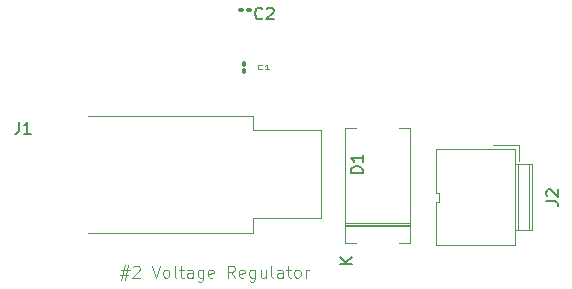
<source format=gbr>
G04 #@! TF.GenerationSoftware,KiCad,Pcbnew,9.0.1*
G04 #@! TF.CreationDate,2026-02-11T02:11:43+05:30*
G04 #@! TF.ProjectId,kicadfiles.txt,6b696361-6466-4696-9c65-732e7478742e,rev?*
G04 #@! TF.SameCoordinates,Original*
G04 #@! TF.FileFunction,Legend,Top*
G04 #@! TF.FilePolarity,Positive*
%FSLAX46Y46*%
G04 Gerber Fmt 4.6, Leading zero omitted, Abs format (unit mm)*
G04 Created by KiCad (PCBNEW 9.0.1) date 2026-02-11 02:11:43*
%MOMM*%
%LPD*%
G01*
G04 APERTURE LIST*
G04 Aperture macros list*
%AMRoundRect*
0 Rectangle with rounded corners*
0 $1 Rounding radius*
0 $2 $3 $4 $5 $6 $7 $8 $9 X,Y pos of 4 corners*
0 Add a 4 corners polygon primitive as box body*
4,1,4,$2,$3,$4,$5,$6,$7,$8,$9,$2,$3,0*
0 Add four circle primitives for the rounded corners*
1,1,$1+$1,$2,$3*
1,1,$1+$1,$4,$5*
1,1,$1+$1,$6,$7*
1,1,$1+$1,$8,$9*
0 Add four rect primitives between the rounded corners*
20,1,$1+$1,$2,$3,$4,$5,0*
20,1,$1+$1,$4,$5,$6,$7,0*
20,1,$1+$1,$6,$7,$8,$9,0*
20,1,$1+$1,$8,$9,$2,$3,0*%
G04 Aperture macros list end*
%ADD10C,0.100000*%
%ADD11C,0.150000*%
%ADD12C,0.120000*%
%ADD13R,3.000000X3.000000*%
%ADD14C,3.000000*%
%ADD15RoundRect,0.100000X-0.100000X0.130000X-0.100000X-0.130000X0.100000X-0.130000X0.100000X0.130000X0*%
%ADD16R,2.020000X5.020000*%
%ADD17O,2.020000X5.020000*%
%ADD18R,3.200000X3.200000*%
%ADD19O,3.200000X3.200000*%
%ADD20RoundRect,0.100000X0.130000X0.100000X-0.130000X0.100000X-0.130000X-0.100000X0.130000X-0.100000X0*%
G04 APERTURE END LIST*
D10*
X130766265Y-91885752D02*
X131480550Y-91885752D01*
X131051979Y-91457180D02*
X130766265Y-92742895D01*
X131385312Y-92314323D02*
X130671027Y-92314323D01*
X131099598Y-92742895D02*
X131385312Y-91457180D01*
X131766265Y-91647657D02*
X131813884Y-91600038D01*
X131813884Y-91600038D02*
X131909122Y-91552419D01*
X131909122Y-91552419D02*
X132147217Y-91552419D01*
X132147217Y-91552419D02*
X132242455Y-91600038D01*
X132242455Y-91600038D02*
X132290074Y-91647657D01*
X132290074Y-91647657D02*
X132337693Y-91742895D01*
X132337693Y-91742895D02*
X132337693Y-91838133D01*
X132337693Y-91838133D02*
X132290074Y-91980990D01*
X132290074Y-91980990D02*
X131718646Y-92552419D01*
X131718646Y-92552419D02*
X132337693Y-92552419D01*
X133385313Y-91552419D02*
X133718646Y-92552419D01*
X133718646Y-92552419D02*
X134051979Y-91552419D01*
X134528170Y-92552419D02*
X134432932Y-92504800D01*
X134432932Y-92504800D02*
X134385313Y-92457180D01*
X134385313Y-92457180D02*
X134337694Y-92361942D01*
X134337694Y-92361942D02*
X134337694Y-92076228D01*
X134337694Y-92076228D02*
X134385313Y-91980990D01*
X134385313Y-91980990D02*
X134432932Y-91933371D01*
X134432932Y-91933371D02*
X134528170Y-91885752D01*
X134528170Y-91885752D02*
X134671027Y-91885752D01*
X134671027Y-91885752D02*
X134766265Y-91933371D01*
X134766265Y-91933371D02*
X134813884Y-91980990D01*
X134813884Y-91980990D02*
X134861503Y-92076228D01*
X134861503Y-92076228D02*
X134861503Y-92361942D01*
X134861503Y-92361942D02*
X134813884Y-92457180D01*
X134813884Y-92457180D02*
X134766265Y-92504800D01*
X134766265Y-92504800D02*
X134671027Y-92552419D01*
X134671027Y-92552419D02*
X134528170Y-92552419D01*
X135432932Y-92552419D02*
X135337694Y-92504800D01*
X135337694Y-92504800D02*
X135290075Y-92409561D01*
X135290075Y-92409561D02*
X135290075Y-91552419D01*
X135671028Y-91885752D02*
X136051980Y-91885752D01*
X135813885Y-91552419D02*
X135813885Y-92409561D01*
X135813885Y-92409561D02*
X135861504Y-92504800D01*
X135861504Y-92504800D02*
X135956742Y-92552419D01*
X135956742Y-92552419D02*
X136051980Y-92552419D01*
X136813885Y-92552419D02*
X136813885Y-92028609D01*
X136813885Y-92028609D02*
X136766266Y-91933371D01*
X136766266Y-91933371D02*
X136671028Y-91885752D01*
X136671028Y-91885752D02*
X136480552Y-91885752D01*
X136480552Y-91885752D02*
X136385314Y-91933371D01*
X136813885Y-92504800D02*
X136718647Y-92552419D01*
X136718647Y-92552419D02*
X136480552Y-92552419D01*
X136480552Y-92552419D02*
X136385314Y-92504800D01*
X136385314Y-92504800D02*
X136337695Y-92409561D01*
X136337695Y-92409561D02*
X136337695Y-92314323D01*
X136337695Y-92314323D02*
X136385314Y-92219085D01*
X136385314Y-92219085D02*
X136480552Y-92171466D01*
X136480552Y-92171466D02*
X136718647Y-92171466D01*
X136718647Y-92171466D02*
X136813885Y-92123847D01*
X137718647Y-91885752D02*
X137718647Y-92695276D01*
X137718647Y-92695276D02*
X137671028Y-92790514D01*
X137671028Y-92790514D02*
X137623409Y-92838133D01*
X137623409Y-92838133D02*
X137528171Y-92885752D01*
X137528171Y-92885752D02*
X137385314Y-92885752D01*
X137385314Y-92885752D02*
X137290076Y-92838133D01*
X137718647Y-92504800D02*
X137623409Y-92552419D01*
X137623409Y-92552419D02*
X137432933Y-92552419D01*
X137432933Y-92552419D02*
X137337695Y-92504800D01*
X137337695Y-92504800D02*
X137290076Y-92457180D01*
X137290076Y-92457180D02*
X137242457Y-92361942D01*
X137242457Y-92361942D02*
X137242457Y-92076228D01*
X137242457Y-92076228D02*
X137290076Y-91980990D01*
X137290076Y-91980990D02*
X137337695Y-91933371D01*
X137337695Y-91933371D02*
X137432933Y-91885752D01*
X137432933Y-91885752D02*
X137623409Y-91885752D01*
X137623409Y-91885752D02*
X137718647Y-91933371D01*
X138575790Y-92504800D02*
X138480552Y-92552419D01*
X138480552Y-92552419D02*
X138290076Y-92552419D01*
X138290076Y-92552419D02*
X138194838Y-92504800D01*
X138194838Y-92504800D02*
X138147219Y-92409561D01*
X138147219Y-92409561D02*
X138147219Y-92028609D01*
X138147219Y-92028609D02*
X138194838Y-91933371D01*
X138194838Y-91933371D02*
X138290076Y-91885752D01*
X138290076Y-91885752D02*
X138480552Y-91885752D01*
X138480552Y-91885752D02*
X138575790Y-91933371D01*
X138575790Y-91933371D02*
X138623409Y-92028609D01*
X138623409Y-92028609D02*
X138623409Y-92123847D01*
X138623409Y-92123847D02*
X138147219Y-92219085D01*
X140385314Y-92552419D02*
X140051981Y-92076228D01*
X139813886Y-92552419D02*
X139813886Y-91552419D01*
X139813886Y-91552419D02*
X140194838Y-91552419D01*
X140194838Y-91552419D02*
X140290076Y-91600038D01*
X140290076Y-91600038D02*
X140337695Y-91647657D01*
X140337695Y-91647657D02*
X140385314Y-91742895D01*
X140385314Y-91742895D02*
X140385314Y-91885752D01*
X140385314Y-91885752D02*
X140337695Y-91980990D01*
X140337695Y-91980990D02*
X140290076Y-92028609D01*
X140290076Y-92028609D02*
X140194838Y-92076228D01*
X140194838Y-92076228D02*
X139813886Y-92076228D01*
X141194838Y-92504800D02*
X141099600Y-92552419D01*
X141099600Y-92552419D02*
X140909124Y-92552419D01*
X140909124Y-92552419D02*
X140813886Y-92504800D01*
X140813886Y-92504800D02*
X140766267Y-92409561D01*
X140766267Y-92409561D02*
X140766267Y-92028609D01*
X140766267Y-92028609D02*
X140813886Y-91933371D01*
X140813886Y-91933371D02*
X140909124Y-91885752D01*
X140909124Y-91885752D02*
X141099600Y-91885752D01*
X141099600Y-91885752D02*
X141194838Y-91933371D01*
X141194838Y-91933371D02*
X141242457Y-92028609D01*
X141242457Y-92028609D02*
X141242457Y-92123847D01*
X141242457Y-92123847D02*
X140766267Y-92219085D01*
X142099600Y-91885752D02*
X142099600Y-92695276D01*
X142099600Y-92695276D02*
X142051981Y-92790514D01*
X142051981Y-92790514D02*
X142004362Y-92838133D01*
X142004362Y-92838133D02*
X141909124Y-92885752D01*
X141909124Y-92885752D02*
X141766267Y-92885752D01*
X141766267Y-92885752D02*
X141671029Y-92838133D01*
X142099600Y-92504800D02*
X142004362Y-92552419D01*
X142004362Y-92552419D02*
X141813886Y-92552419D01*
X141813886Y-92552419D02*
X141718648Y-92504800D01*
X141718648Y-92504800D02*
X141671029Y-92457180D01*
X141671029Y-92457180D02*
X141623410Y-92361942D01*
X141623410Y-92361942D02*
X141623410Y-92076228D01*
X141623410Y-92076228D02*
X141671029Y-91980990D01*
X141671029Y-91980990D02*
X141718648Y-91933371D01*
X141718648Y-91933371D02*
X141813886Y-91885752D01*
X141813886Y-91885752D02*
X142004362Y-91885752D01*
X142004362Y-91885752D02*
X142099600Y-91933371D01*
X143004362Y-91885752D02*
X143004362Y-92552419D01*
X142575791Y-91885752D02*
X142575791Y-92409561D01*
X142575791Y-92409561D02*
X142623410Y-92504800D01*
X142623410Y-92504800D02*
X142718648Y-92552419D01*
X142718648Y-92552419D02*
X142861505Y-92552419D01*
X142861505Y-92552419D02*
X142956743Y-92504800D01*
X142956743Y-92504800D02*
X143004362Y-92457180D01*
X143623410Y-92552419D02*
X143528172Y-92504800D01*
X143528172Y-92504800D02*
X143480553Y-92409561D01*
X143480553Y-92409561D02*
X143480553Y-91552419D01*
X144432934Y-92552419D02*
X144432934Y-92028609D01*
X144432934Y-92028609D02*
X144385315Y-91933371D01*
X144385315Y-91933371D02*
X144290077Y-91885752D01*
X144290077Y-91885752D02*
X144099601Y-91885752D01*
X144099601Y-91885752D02*
X144004363Y-91933371D01*
X144432934Y-92504800D02*
X144337696Y-92552419D01*
X144337696Y-92552419D02*
X144099601Y-92552419D01*
X144099601Y-92552419D02*
X144004363Y-92504800D01*
X144004363Y-92504800D02*
X143956744Y-92409561D01*
X143956744Y-92409561D02*
X143956744Y-92314323D01*
X143956744Y-92314323D02*
X144004363Y-92219085D01*
X144004363Y-92219085D02*
X144099601Y-92171466D01*
X144099601Y-92171466D02*
X144337696Y-92171466D01*
X144337696Y-92171466D02*
X144432934Y-92123847D01*
X144766268Y-91885752D02*
X145147220Y-91885752D01*
X144909125Y-91552419D02*
X144909125Y-92409561D01*
X144909125Y-92409561D02*
X144956744Y-92504800D01*
X144956744Y-92504800D02*
X145051982Y-92552419D01*
X145051982Y-92552419D02*
X145147220Y-92552419D01*
X145623411Y-92552419D02*
X145528173Y-92504800D01*
X145528173Y-92504800D02*
X145480554Y-92457180D01*
X145480554Y-92457180D02*
X145432935Y-92361942D01*
X145432935Y-92361942D02*
X145432935Y-92076228D01*
X145432935Y-92076228D02*
X145480554Y-91980990D01*
X145480554Y-91980990D02*
X145528173Y-91933371D01*
X145528173Y-91933371D02*
X145623411Y-91885752D01*
X145623411Y-91885752D02*
X145766268Y-91885752D01*
X145766268Y-91885752D02*
X145861506Y-91933371D01*
X145861506Y-91933371D02*
X145909125Y-91980990D01*
X145909125Y-91980990D02*
X145956744Y-92076228D01*
X145956744Y-92076228D02*
X145956744Y-92361942D01*
X145956744Y-92361942D02*
X145909125Y-92457180D01*
X145909125Y-92457180D02*
X145861506Y-92504800D01*
X145861506Y-92504800D02*
X145766268Y-92552419D01*
X145766268Y-92552419D02*
X145623411Y-92552419D01*
X146385316Y-92552419D02*
X146385316Y-91885752D01*
X146385316Y-92076228D02*
X146432935Y-91980990D01*
X146432935Y-91980990D02*
X146480554Y-91933371D01*
X146480554Y-91933371D02*
X146575792Y-91885752D01*
X146575792Y-91885752D02*
X146671030Y-91885752D01*
D11*
X166764819Y-86085833D02*
X167479104Y-86085833D01*
X167479104Y-86085833D02*
X167621961Y-86133452D01*
X167621961Y-86133452D02*
X167717200Y-86228690D01*
X167717200Y-86228690D02*
X167764819Y-86371547D01*
X167764819Y-86371547D02*
X167764819Y-86466785D01*
X166860057Y-85657261D02*
X166812438Y-85609642D01*
X166812438Y-85609642D02*
X166764819Y-85514404D01*
X166764819Y-85514404D02*
X166764819Y-85276309D01*
X166764819Y-85276309D02*
X166812438Y-85181071D01*
X166812438Y-85181071D02*
X166860057Y-85133452D01*
X166860057Y-85133452D02*
X166955295Y-85085833D01*
X166955295Y-85085833D02*
X167050533Y-85085833D01*
X167050533Y-85085833D02*
X167193390Y-85133452D01*
X167193390Y-85133452D02*
X167764819Y-85704880D01*
X167764819Y-85704880D02*
X167764819Y-85085833D01*
D10*
X142690000Y-74891752D02*
X142661428Y-74910800D01*
X142661428Y-74910800D02*
X142575714Y-74929847D01*
X142575714Y-74929847D02*
X142518571Y-74929847D01*
X142518571Y-74929847D02*
X142432857Y-74910800D01*
X142432857Y-74910800D02*
X142375714Y-74872704D01*
X142375714Y-74872704D02*
X142347143Y-74834609D01*
X142347143Y-74834609D02*
X142318571Y-74758419D01*
X142318571Y-74758419D02*
X142318571Y-74701276D01*
X142318571Y-74701276D02*
X142347143Y-74625085D01*
X142347143Y-74625085D02*
X142375714Y-74586990D01*
X142375714Y-74586990D02*
X142432857Y-74548895D01*
X142432857Y-74548895D02*
X142518571Y-74529847D01*
X142518571Y-74529847D02*
X142575714Y-74529847D01*
X142575714Y-74529847D02*
X142661428Y-74548895D01*
X142661428Y-74548895D02*
X142690000Y-74567942D01*
X143261428Y-74929847D02*
X142918571Y-74929847D01*
X143090000Y-74929847D02*
X143090000Y-74529847D01*
X143090000Y-74529847D02*
X143032857Y-74586990D01*
X143032857Y-74586990D02*
X142975714Y-74625085D01*
X142975714Y-74625085D02*
X142918571Y-74644133D01*
D11*
X122121666Y-79389819D02*
X122121666Y-80104104D01*
X122121666Y-80104104D02*
X122074047Y-80246961D01*
X122074047Y-80246961D02*
X121978809Y-80342200D01*
X121978809Y-80342200D02*
X121835952Y-80389819D01*
X121835952Y-80389819D02*
X121740714Y-80389819D01*
X123121666Y-80389819D02*
X122550238Y-80389819D01*
X122835952Y-80389819D02*
X122835952Y-79389819D01*
X122835952Y-79389819D02*
X122740714Y-79532676D01*
X122740714Y-79532676D02*
X122645476Y-79627914D01*
X122645476Y-79627914D02*
X122550238Y-79675533D01*
X151214819Y-83700594D02*
X150214819Y-83700594D01*
X150214819Y-83700594D02*
X150214819Y-83462499D01*
X150214819Y-83462499D02*
X150262438Y-83319642D01*
X150262438Y-83319642D02*
X150357676Y-83224404D01*
X150357676Y-83224404D02*
X150452914Y-83176785D01*
X150452914Y-83176785D02*
X150643390Y-83129166D01*
X150643390Y-83129166D02*
X150786247Y-83129166D01*
X150786247Y-83129166D02*
X150976723Y-83176785D01*
X150976723Y-83176785D02*
X151071961Y-83224404D01*
X151071961Y-83224404D02*
X151167200Y-83319642D01*
X151167200Y-83319642D02*
X151214819Y-83462499D01*
X151214819Y-83462499D02*
X151214819Y-83700594D01*
X151214819Y-82176785D02*
X151214819Y-82748213D01*
X151214819Y-82462499D02*
X150214819Y-82462499D01*
X150214819Y-82462499D02*
X150357676Y-82557737D01*
X150357676Y-82557737D02*
X150452914Y-82652975D01*
X150452914Y-82652975D02*
X150500533Y-82748213D01*
X150334819Y-91361904D02*
X149334819Y-91361904D01*
X150334819Y-90790476D02*
X149763390Y-91219047D01*
X149334819Y-90790476D02*
X149906247Y-91361904D01*
X142728333Y-70599580D02*
X142680714Y-70647200D01*
X142680714Y-70647200D02*
X142537857Y-70694819D01*
X142537857Y-70694819D02*
X142442619Y-70694819D01*
X142442619Y-70694819D02*
X142299762Y-70647200D01*
X142299762Y-70647200D02*
X142204524Y-70551961D01*
X142204524Y-70551961D02*
X142156905Y-70456723D01*
X142156905Y-70456723D02*
X142109286Y-70266247D01*
X142109286Y-70266247D02*
X142109286Y-70123390D01*
X142109286Y-70123390D02*
X142156905Y-69932914D01*
X142156905Y-69932914D02*
X142204524Y-69837676D01*
X142204524Y-69837676D02*
X142299762Y-69742438D01*
X142299762Y-69742438D02*
X142442619Y-69694819D01*
X142442619Y-69694819D02*
X142537857Y-69694819D01*
X142537857Y-69694819D02*
X142680714Y-69742438D01*
X142680714Y-69742438D02*
X142728333Y-69790057D01*
X143109286Y-69790057D02*
X143156905Y-69742438D01*
X143156905Y-69742438D02*
X143252143Y-69694819D01*
X143252143Y-69694819D02*
X143490238Y-69694819D01*
X143490238Y-69694819D02*
X143585476Y-69742438D01*
X143585476Y-69742438D02*
X143633095Y-69790057D01*
X143633095Y-69790057D02*
X143680714Y-69885295D01*
X143680714Y-69885295D02*
X143680714Y-69980533D01*
X143680714Y-69980533D02*
X143633095Y-70123390D01*
X143633095Y-70123390D02*
X143061667Y-70694819D01*
X143061667Y-70694819D02*
X143680714Y-70694819D01*
D12*
X157400000Y-85362500D02*
X157400000Y-81682500D01*
X157400000Y-85362500D02*
X157660000Y-85362500D01*
X157400000Y-86132500D02*
X157400000Y-89812500D01*
X157400000Y-89812500D02*
X162230000Y-89812500D01*
X157660000Y-85362500D02*
X157660000Y-86132500D01*
X157660000Y-86132500D02*
X157400000Y-86132500D01*
X162230000Y-81682500D02*
X157400000Y-81682500D01*
X164140000Y-81682500D02*
X162230000Y-81682500D01*
X164140000Y-81682500D02*
X164140000Y-89812500D01*
X164140000Y-82952500D02*
X165530000Y-82952500D01*
X164140000Y-88542500D02*
X165530000Y-88542500D01*
X164140000Y-89812500D02*
X162230000Y-89812500D01*
X164390000Y-82952500D02*
X164390000Y-88542500D01*
X164430000Y-81342500D02*
X162230000Y-81342500D01*
X164430000Y-82642500D02*
X164430000Y-81342500D01*
X165280000Y-82952500D02*
X165280000Y-88542500D01*
X165530000Y-82952500D02*
X165530000Y-88542500D01*
X127950000Y-88745000D02*
X141950000Y-88745000D01*
X141950000Y-78855000D02*
X127950000Y-78855000D01*
X141950000Y-80060000D02*
X141950000Y-78855000D01*
X141950000Y-87540000D02*
X147720000Y-87540000D01*
X141950000Y-88745000D02*
X141950000Y-87540000D01*
X147720000Y-80060000D02*
X141950000Y-80060000D01*
X147720000Y-87540000D02*
X147720000Y-80060000D01*
X149760000Y-79880000D02*
X150640000Y-79880000D01*
X149760000Y-87955000D02*
X155200000Y-87955000D01*
X149760000Y-88075000D02*
X155200000Y-88075000D01*
X149760000Y-88195000D02*
X155200000Y-88195000D01*
X149760000Y-89620000D02*
X149760000Y-79880000D01*
X150640000Y-89620000D02*
X149760000Y-89620000D01*
X154320000Y-89620000D02*
X155200000Y-89620000D01*
X155200000Y-79880000D02*
X154320000Y-79880000D01*
X155200000Y-89620000D02*
X155200000Y-79880000D01*
%LPC*%
D13*
X162230000Y-83842500D03*
D14*
X162230000Y-87722500D03*
D15*
X141135000Y-74430000D03*
X141135000Y-75070000D03*
D16*
X146500000Y-83800000D03*
D17*
X141320000Y-83800000D03*
D18*
X152480000Y-91100000D03*
D19*
X152480000Y-78400000D03*
D20*
X141560000Y-69870000D03*
X140920000Y-69870000D03*
%LPD*%
M02*

</source>
